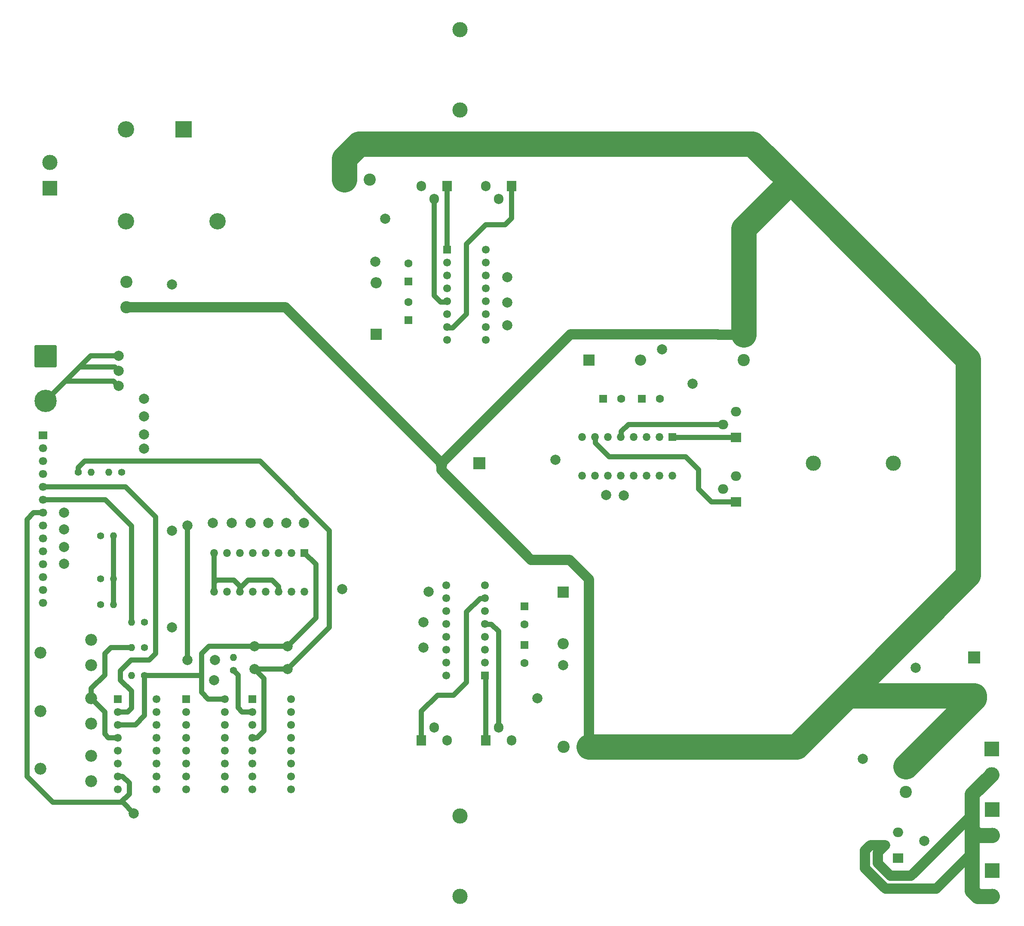
<source format=gbr>
%TF.GenerationSoftware,KiCad,Pcbnew,7.0.1*%
%TF.CreationDate,2023-05-07T11:03:52+02:00*%
%TF.ProjectId,Alim_1000W,416c696d-5f31-4303-9030-572e6b696361,rev?*%
%TF.SameCoordinates,Original*%
%TF.FileFunction,Copper,L8,Bot*%
%TF.FilePolarity,Positive*%
%FSLAX46Y46*%
G04 Gerber Fmt 4.6, Leading zero omitted, Abs format (unit mm)*
G04 Created by KiCad (PCBNEW 7.0.1) date 2023-05-07 11:03:52*
%MOMM*%
%LPD*%
G01*
G04 APERTURE LIST*
G04 Aperture macros list*
%AMRoundRect*
0 Rectangle with rounded corners*
0 $1 Rounding radius*
0 $2 $3 $4 $5 $6 $7 $8 $9 X,Y pos of 4 corners*
0 Add a 4 corners polygon primitive as box body*
4,1,4,$2,$3,$4,$5,$6,$7,$8,$9,$2,$3,0*
0 Add four circle primitives for the rounded corners*
1,1,$1+$1,$2,$3*
1,1,$1+$1,$4,$5*
1,1,$1+$1,$6,$7*
1,1,$1+$1,$8,$9*
0 Add four rect primitives between the rounded corners*
20,1,$1+$1,$2,$3,$4,$5,0*
20,1,$1+$1,$4,$5,$6,$7,0*
20,1,$1+$1,$6,$7,$8,$9,0*
20,1,$1+$1,$8,$9,$2,$3,0*%
G04 Aperture macros list end*
%TA.AperFunction,ComponentPad*%
%ADD10R,1.600000X1.600000*%
%TD*%
%TA.AperFunction,ComponentPad*%
%ADD11C,1.600000*%
%TD*%
%TA.AperFunction,ComponentPad*%
%ADD12C,1.400000*%
%TD*%
%TA.AperFunction,ComponentPad*%
%ADD13O,1.400000X1.400000*%
%TD*%
%TA.AperFunction,ComponentPad*%
%ADD14R,2.400000X2.400000*%
%TD*%
%TA.AperFunction,ComponentPad*%
%ADD15C,2.400000*%
%TD*%
%TA.AperFunction,ComponentPad*%
%ADD16RoundRect,0.249999X-1.950001X1.950001X-1.950001X-1.950001X1.950001X-1.950001X1.950001X1.950001X0*%
%TD*%
%TA.AperFunction,ComponentPad*%
%ADD17C,4.400000*%
%TD*%
%TA.AperFunction,ComponentPad*%
%ADD18C,2.340000*%
%TD*%
%TA.AperFunction,ComponentPad*%
%ADD19R,3.220000X3.220000*%
%TD*%
%TA.AperFunction,ComponentPad*%
%ADD20C,3.220000*%
%TD*%
%TA.AperFunction,ComponentPad*%
%ADD21C,2.000000*%
%TD*%
%TA.AperFunction,ComponentPad*%
%ADD22R,3.000000X3.000000*%
%TD*%
%TA.AperFunction,ComponentPad*%
%ADD23C,3.000000*%
%TD*%
%TA.AperFunction,ComponentPad*%
%ADD24R,1.905000X2.000000*%
%TD*%
%TA.AperFunction,ComponentPad*%
%ADD25O,1.905000X2.000000*%
%TD*%
%TA.AperFunction,ComponentPad*%
%ADD26O,1.600000X1.500000*%
%TD*%
%TA.AperFunction,ComponentPad*%
%ADD27R,1.600000X1.500000*%
%TD*%
%TA.AperFunction,ComponentPad*%
%ADD28R,2.000000X1.905000*%
%TD*%
%TA.AperFunction,ComponentPad*%
%ADD29O,2.000000X1.905000*%
%TD*%
%TA.AperFunction,ComponentPad*%
%ADD30O,1.500000X1.600000*%
%TD*%
%TA.AperFunction,ComponentPad*%
%ADD31R,1.500000X1.600000*%
%TD*%
%TA.AperFunction,ComponentPad*%
%ADD32R,2.200000X2.200000*%
%TD*%
%TA.AperFunction,ComponentPad*%
%ADD33O,2.200000X2.200000*%
%TD*%
%TA.AperFunction,ComponentPad*%
%ADD34R,1.700000X1.500000*%
%TD*%
%TA.AperFunction,ComponentPad*%
%ADD35O,1.700000X1.500000*%
%TD*%
%TA.AperFunction,ViaPad*%
%ADD36C,2.000000*%
%TD*%
%TA.AperFunction,Conductor*%
%ADD37C,5.000000*%
%TD*%
%TA.AperFunction,Conductor*%
%ADD38C,2.000000*%
%TD*%
%TA.AperFunction,Conductor*%
%ADD39C,1.000000*%
%TD*%
%TA.AperFunction,Conductor*%
%ADD40C,3.000000*%
%TD*%
G04 APERTURE END LIST*
D10*
%TO.P,C6,1*%
%TO.N,+12V*%
X91070000Y-67347370D03*
D11*
%TO.P,C6,2*%
%TO.N,GND*%
X91070000Y-63831370D03*
%TD*%
D12*
%TO.P,R12,1*%
%TO.N,SigCom1*%
X30460000Y-131015000D03*
D13*
%TO.P,R12,2*%
%TO.N,GND*%
X33000000Y-131015000D03*
%TD*%
D14*
%TO.P,C4,1*%
%TO.N,Vo+*%
X202500000Y-141500000D03*
D15*
%TO.P,C4,2*%
%TO.N,GND*%
X202500000Y-149000000D03*
%TD*%
D10*
%TO.P,C8,1*%
%TO.N,+12V*%
X113930000Y-139015370D03*
D11*
%TO.P,C8,2*%
%TO.N,GND*%
X113930000Y-142531370D03*
%TD*%
D16*
%TO.P,J5,1*%
%TO.N,GND*%
X19600000Y-82115000D03*
D17*
%TO.P,J5,2*%
%TO.N,+12V*%
X19600000Y-90915000D03*
%TD*%
D18*
%TO.P,RV3,1,1*%
%TO.N,OutOvercurrentRef*%
X28600000Y-160865000D03*
%TO.P,RV3,2,2*%
%TO.N,GND*%
X18600000Y-163365000D03*
%TO.P,RV3,3,3*%
%TO.N,unconnected-(RV3-Pad3)*%
X28600000Y-165865000D03*
%TD*%
D19*
%TO.P,D1,1,+*%
%TO.N,Vunreg*%
X46810000Y-37410000D03*
D20*
%TO.P,D1,2*%
%TO.N,NEUT*%
X53510000Y-55510000D03*
%TO.P,D1,3,-*%
%TO.N,ISenseIn*%
X35410000Y-55510000D03*
%TO.P,D1,4*%
%TO.N,LINE*%
X35410000Y-37410000D03*
%TD*%
D21*
%TO.P,SW1,1,1*%
%TO.N,OutEn*%
X67250000Y-143750000D03*
X60750000Y-143750000D03*
%TO.P,SW1,2,2*%
%TO.N,+3.3V*%
X67250000Y-139250000D03*
X60750000Y-139250000D03*
%TD*%
D12*
%TO.P,R11,1*%
%TO.N,OutDisable*%
X34600000Y-105015000D03*
D13*
%TO.P,R11,2*%
%TO.N,GND*%
X32060000Y-105015000D03*
%TD*%
D10*
%TO.P,C7,1*%
%TO.N,Net-(D4-K)*%
X113930000Y-131395370D03*
D11*
%TO.P,C7,2*%
%TO.N,Net-(U6-VS)*%
X113930000Y-134911370D03*
%TD*%
D15*
%TO.P,R3,1*%
%TO.N,GND*%
X35500000Y-72500000D03*
%TO.P,R3,2*%
%TO.N,ISenseIn*%
X35500000Y-67500000D03*
%TD*%
D22*
%TO.P,J3,1,Pin_1*%
%TO.N,Vo+*%
X206000000Y-183460000D03*
D23*
%TO.P,J3,2,Pin_2*%
%TO.N,Vo-*%
X206000000Y-188540000D03*
%TD*%
D22*
%TO.P,J1,1,Pin_1*%
%TO.N,Vo+*%
X205920000Y-159460000D03*
D23*
%TO.P,J1,2,Pin_2*%
%TO.N,Vo-*%
X205920000Y-164540000D03*
%TD*%
D15*
%TO.P,R5,1*%
%TO.N,ISenseP3*%
X121630000Y-159041370D03*
%TO.P,R5,2*%
%TO.N,GND*%
X126630000Y-159041370D03*
%TD*%
D24*
%TO.P,Q6,1*%
%TO.N,Net-(U6-HO)*%
X93610000Y-157771370D03*
D25*
%TO.P,Q6,2*%
%TO.N,/Phase2/Vin*%
X96150000Y-155231370D03*
%TO.P,Q6,3*%
%TO.N,Net-(U6-VS)*%
X98690000Y-157771370D03*
%TD*%
D26*
%TO.P,U6,*%
%TO.N,*%
X106120000Y-127220000D03*
X98500000Y-127220000D03*
D27*
%TO.P,U6,1,LO*%
%TO.N,Net-(U6-LO)*%
X106120000Y-145000000D03*
D26*
%TO.P,U6,2,COM*%
%TO.N,GND*%
X106120000Y-142460000D03*
%TO.P,U6,3,VCC*%
%TO.N,+12V*%
X106120000Y-139920000D03*
%TO.P,U6,4,NC*%
%TO.N,unconnected-(U6-NC-Pad4)*%
X106120000Y-137380000D03*
%TO.P,U6,5,VS*%
%TO.N,Net-(U6-VS)*%
X106120000Y-134840000D03*
%TO.P,U6,6,VB*%
%TO.N,Net-(D4-K)*%
X106120000Y-132300000D03*
%TO.P,U6,7,HO*%
%TO.N,Net-(U6-HO)*%
X106120000Y-129760000D03*
%TO.P,U6,8,NC*%
%TO.N,unconnected-(U6-NC-Pad8)*%
X98500000Y-129760000D03*
%TO.P,U6,9,VDD*%
%TO.N,+3.3V*%
X98500000Y-132300000D03*
%TO.P,U6,10,HIN*%
%TO.N,SigCom3*%
X98500000Y-134840000D03*
%TO.P,U6,11,SD*%
%TO.N,GND*%
X98500000Y-137380000D03*
%TO.P,U6,12,LIN*%
%TO.N,/Phase2/nSigCom*%
X98500000Y-139920000D03*
%TO.P,U6,13,VSS*%
%TO.N,GND*%
X98500000Y-142460000D03*
%TO.P,U6,14,NC*%
%TO.N,unconnected-(U6-NC-Pad14)*%
X98500000Y-145000000D03*
%TD*%
D28*
%TO.P,Q2,1*%
%TO.N,Net-(U1-LO)*%
X155572500Y-98081370D03*
D29*
%TO.P,Q2,2*%
%TO.N,Net-(U1-VS)*%
X153032500Y-95541370D03*
%TO.P,Q2,3*%
%TO.N,ISenseP1*%
X155572500Y-93001370D03*
%TD*%
D12*
%TO.P,R8,1*%
%TO.N,+3.3V*%
X39100000Y-145015000D03*
D13*
%TO.P,R8,2*%
%TO.N,OutOvercurrentRef*%
X36560000Y-145015000D03*
%TD*%
D30*
%TO.P,U1,*%
%TO.N,*%
X125260000Y-98000000D03*
X125260000Y-105620000D03*
D31*
%TO.P,U1,1,LO*%
%TO.N,Net-(U1-LO)*%
X143040000Y-98000000D03*
D30*
%TO.P,U1,2,COM*%
%TO.N,GND*%
X140500000Y-98000000D03*
%TO.P,U1,3,VCC*%
%TO.N,+12V*%
X137960000Y-98000000D03*
%TO.P,U1,4,NC*%
%TO.N,unconnected-(U1-NC-Pad4)*%
X135420000Y-98000000D03*
%TO.P,U1,5,VS*%
%TO.N,Net-(U1-VS)*%
X132880000Y-98000000D03*
%TO.P,U1,6,VB*%
%TO.N,Net-(D3-K)*%
X130340000Y-98000000D03*
%TO.P,U1,7,HO*%
%TO.N,Net-(U1-HO)*%
X127800000Y-98000000D03*
%TO.P,U1,8,NC*%
%TO.N,unconnected-(U1-NC-Pad8)*%
X127800000Y-105620000D03*
%TO.P,U1,9,VDD*%
%TO.N,+3.3V*%
X130340000Y-105620000D03*
%TO.P,U1,10,HIN*%
%TO.N,SigCom1*%
X132880000Y-105620000D03*
%TO.P,U1,11,SD*%
%TO.N,GND*%
X135420000Y-105620000D03*
%TO.P,U1,12,LIN*%
%TO.N,/Phase/nSigCom*%
X137960000Y-105620000D03*
%TO.P,U1,13,VSS*%
%TO.N,GND*%
X140500000Y-105620000D03*
%TO.P,U1,14,NC*%
%TO.N,unconnected-(U1-NC-Pad14)*%
X143040000Y-105620000D03*
%TD*%
D23*
%TO.P,L1,1,1*%
%TO.N,Net-(U4-VS)*%
X101230000Y-33591370D03*
%TO.P,L1,2,2*%
%TO.N,/Phase1/Vout*%
X101230000Y-17791370D03*
%TD*%
D10*
%TO.P,C3,1*%
%TO.N,+12V*%
X137044000Y-90461370D03*
D11*
%TO.P,C3,2*%
%TO.N,GND*%
X140560000Y-90461370D03*
%TD*%
D14*
%TO.P,C1,1*%
%TO.N,Vunreg*%
X105040000Y-103161370D03*
D15*
%TO.P,C1,2*%
%TO.N,GND*%
X97540000Y-103161370D03*
%TD*%
D12*
%TO.P,R7,1*%
%TO.N,+3.3V*%
X39100000Y-139515000D03*
D13*
%TO.P,R7,2*%
%TO.N,VoRef*%
X36560000Y-139515000D03*
%TD*%
D28*
%TO.P,Q3,1*%
%TO.N,OutEnLatched*%
X187500000Y-181000000D03*
D29*
%TO.P,Q3,2*%
%TO.N,Vo-*%
X184960000Y-178460000D03*
%TO.P,Q3,3*%
%TO.N,ISenseOut*%
X187500000Y-175920000D03*
%TD*%
D18*
%TO.P,RV2,1,1*%
%TO.N,VoRef*%
X28600000Y-149515000D03*
%TO.P,RV2,2,2*%
%TO.N,GND*%
X18600000Y-152015000D03*
%TO.P,RV2,3,3*%
%TO.N,unconnected-(RV2-Pad3)*%
X28600000Y-154515000D03*
%TD*%
D15*
%TO.P,R2,1*%
%TO.N,GND*%
X189000000Y-163000000D03*
%TO.P,R2,2*%
%TO.N,ISenseOut*%
X189000000Y-168000000D03*
%TD*%
D22*
%TO.P,J6,1,Pin_1*%
%TO.N,NEUT*%
X20407500Y-49000000D03*
D23*
%TO.P,J6,2,Pin_2*%
%TO.N,LINE*%
X20407500Y-43920000D03*
%TD*%
D26*
%TO.P,U8,*%
%TO.N,*%
X47300000Y-167420000D03*
X54920000Y-167420000D03*
D27*
%TO.P,U8,1*%
%TO.N,OutDisableMCU*%
X47300000Y-149640000D03*
D26*
%TO.P,U8,2*%
%TO.N,OutDisableOvercurrent*%
X47300000Y-152180000D03*
%TO.P,U8,3*%
%TO.N,OutDisable*%
X47300000Y-154720000D03*
%TO.P,U8,4*%
%TO.N,unconnected-(U8-Pad4)*%
X47300000Y-157260000D03*
%TO.P,U8,5*%
%TO.N,unconnected-(U8-Pad5)*%
X47300000Y-159800000D03*
%TO.P,U8,6*%
%TO.N,unconnected-(U8-Pad6)*%
X47300000Y-162340000D03*
%TO.P,U8,7,VSS*%
%TO.N,GND*%
X47300000Y-164880000D03*
%TO.P,U8,8*%
%TO.N,unconnected-(U8-Pad8)*%
X54920000Y-164880000D03*
%TO.P,U8,9*%
%TO.N,unconnected-(U8-Pad9)*%
X54920000Y-162340000D03*
%TO.P,U8,10*%
%TO.N,unconnected-(U8-Pad10)*%
X54920000Y-159800000D03*
%TO.P,U8,11*%
%TO.N,unconnected-(U8-Pad11)*%
X54920000Y-157260000D03*
%TO.P,U8,12*%
%TO.N,unconnected-(U8-Pad12)*%
X54920000Y-154720000D03*
%TO.P,U8,13*%
%TO.N,unconnected-(U8-Pad13)*%
X54920000Y-152180000D03*
%TO.P,U8,14,VDD*%
%TO.N,+3.3V*%
X54920000Y-149640000D03*
%TD*%
D12*
%TO.P,R10,1*%
%TO.N,OutEn*%
X26060000Y-105015000D03*
D13*
%TO.P,R10,2*%
%TO.N,GND*%
X28600000Y-105015000D03*
%TD*%
D31*
%TO.P,U2,1,VCC*%
%TO.N,+3.3V*%
X70580000Y-120880000D03*
D30*
%TO.P,U2,2*%
%TO.N,/Phase/nSigCom*%
X68040000Y-120880000D03*
%TO.P,U2,3*%
%TO.N,SigCom1*%
X65500000Y-120880000D03*
%TO.P,U2,4*%
%TO.N,/Phase1/nSigCom*%
X62960000Y-120880000D03*
%TO.P,U2,5*%
%TO.N,SigCom2*%
X60420000Y-120880000D03*
%TO.P,U2,6*%
%TO.N,/Phase2/nSigCom*%
X57880000Y-120880000D03*
%TO.P,U2,7*%
%TO.N,SigCom3*%
X55340000Y-120880000D03*
%TO.P,U2,8,VSS*%
%TO.N,GND*%
X52800000Y-120880000D03*
%TO.P,U2,9*%
X52800000Y-128500000D03*
%TO.P,U2,10*%
%TO.N,unconnected-(U2-Pad10)*%
X55340000Y-128500000D03*
%TO.P,U2,11*%
%TO.N,GND*%
X57880000Y-128500000D03*
%TO.P,U2,12*%
%TO.N,unconnected-(U2-Pad12)*%
X60420000Y-128500000D03*
%TO.P,U2,13*%
%TO.N,N/C*%
X62960000Y-128500000D03*
%TO.P,U2,14*%
%TO.N,GND*%
X65500000Y-128500000D03*
%TO.P,U2,15*%
%TO.N,unconnected-(U2-Pad15)*%
X68040000Y-128500000D03*
%TO.P,U2,16*%
%TO.N,N/C*%
X70580000Y-128500000D03*
%TD*%
D12*
%TO.P,R13,1*%
%TO.N,SigCom2*%
X30460000Y-126000000D03*
D13*
%TO.P,R13,2*%
%TO.N,GND*%
X33000000Y-126000000D03*
%TD*%
D23*
%TO.P,L2,1,1*%
%TO.N,Net-(U1-VS)*%
X170800000Y-103161370D03*
%TO.P,L2,2,2*%
%TO.N,/Phase/Vout*%
X186600000Y-103161370D03*
%TD*%
D22*
%TO.P,J2,1,Pin_1*%
%TO.N,Vo+*%
X206000000Y-171460000D03*
D23*
%TO.P,J2,2,Pin_2*%
%TO.N,Vo-*%
X206000000Y-176540000D03*
%TD*%
D12*
%TO.P,R14,1*%
%TO.N,SigCom3*%
X30460000Y-117500000D03*
D13*
%TO.P,R14,2*%
%TO.N,GND*%
X33000000Y-117500000D03*
%TD*%
D27*
%TO.P,U5,1*%
%TO.N,unconnected-(U5-Pad1)*%
X60300000Y-149640000D03*
D26*
%TO.P,U5,2*%
%TO.N,OutEnLatched*%
X60300000Y-152180000D03*
%TO.P,U5,3*%
%TO.N,OutDisable*%
X60300000Y-154720000D03*
%TO.P,U5,4*%
%TO.N,OutEn*%
X60300000Y-157260000D03*
%TO.P,U5,5,EN*%
%TO.N,+3.3V*%
X60300000Y-159800000D03*
%TO.P,U5,6*%
%TO.N,GND*%
X60300000Y-162340000D03*
%TO.P,U5,7*%
X60300000Y-164880000D03*
%TO.P,U5,8,Vss*%
X60300000Y-167420000D03*
%TO.P,U5,9*%
%TO.N,unconnected-(U5-Pad9)*%
X67920000Y-167420000D03*
%TO.P,U5,10*%
%TO.N,unconnected-(U5-Pad10)*%
X67920000Y-164880000D03*
%TO.P,U5,11*%
%TO.N,GND*%
X67920000Y-162340000D03*
%TO.P,U5,12*%
X67920000Y-159800000D03*
%TO.P,U5,13*%
%TO.N,N/C*%
X67920000Y-157260000D03*
%TO.P,U5,14*%
%TO.N,GND*%
X67920000Y-154720000D03*
%TO.P,U5,15*%
X67920000Y-152180000D03*
%TO.P,U5,16,Vdd*%
%TO.N,+3.3V*%
X67920000Y-149640000D03*
%TD*%
D32*
%TO.P,D3,1,K*%
%TO.N,Net-(D3-K)*%
X126630000Y-82841370D03*
D33*
%TO.P,D3,2,A*%
%TO.N,+12V*%
X136790000Y-82841370D03*
%TD*%
D28*
%TO.P,Q1,1*%
%TO.N,Net-(U1-HO)*%
X155572500Y-110781370D03*
D29*
%TO.P,Q1,2*%
%TO.N,/Phase/Vin*%
X153032500Y-108241370D03*
%TO.P,Q1,3*%
%TO.N,Net-(U1-VS)*%
X155572500Y-105701370D03*
%TD*%
D26*
%TO.P,U4,*%
%TO.N,*%
X98700000Y-78905000D03*
X106320000Y-78905000D03*
D27*
%TO.P,U4,1,LO*%
%TO.N,Net-(U4-LO)*%
X98700000Y-61125000D03*
D26*
%TO.P,U4,2,COM*%
%TO.N,GND*%
X98700000Y-63665000D03*
%TO.P,U4,3,VCC*%
%TO.N,+12V*%
X98700000Y-66205000D03*
%TO.P,U4,4,NC*%
%TO.N,unconnected-(U4-NC-Pad4)*%
X98700000Y-68745000D03*
%TO.P,U4,5,VS*%
%TO.N,Net-(U4-VS)*%
X98700000Y-71285000D03*
%TO.P,U4,6,VB*%
%TO.N,Net-(D2-K)*%
X98700000Y-73825000D03*
%TO.P,U4,7,HO*%
%TO.N,Net-(U4-HO)*%
X98700000Y-76365000D03*
%TO.P,U4,8,NC*%
%TO.N,unconnected-(U4-NC-Pad8)*%
X106320000Y-76365000D03*
%TO.P,U4,9,VDD*%
%TO.N,+3.3V*%
X106320000Y-73825000D03*
%TO.P,U4,10,HIN*%
%TO.N,SigCom2*%
X106320000Y-71285000D03*
%TO.P,U4,11,SD*%
%TO.N,GND*%
X106320000Y-68745000D03*
%TO.P,U4,12,LIN*%
%TO.N,/Phase1/nSigCom*%
X106320000Y-66205000D03*
%TO.P,U4,13,VSS*%
%TO.N,GND*%
X106320000Y-63665000D03*
%TO.P,U4,14,NC*%
%TO.N,unconnected-(U4-NC-Pad14)*%
X106320000Y-61125000D03*
%TD*%
D32*
%TO.P,D2,1,K*%
%TO.N,Net-(D2-K)*%
X84720000Y-77761370D03*
D33*
%TO.P,D2,2,A*%
%TO.N,+12V*%
X84720000Y-67601370D03*
%TD*%
D12*
%TO.P,R6,1*%
%TO.N,Vo+*%
X39100000Y-134515000D03*
D13*
%TO.P,R6,2*%
%TO.N,VoSense*%
X36560000Y-134515000D03*
%TD*%
D24*
%TO.P,Q4,1*%
%TO.N,Net-(U4-HO)*%
X111390000Y-48551370D03*
D25*
%TO.P,Q4,2*%
%TO.N,/Phase1/Vin*%
X108850000Y-51091370D03*
%TO.P,Q4,3*%
%TO.N,Net-(U4-VS)*%
X106310000Y-48551370D03*
%TD*%
D18*
%TO.P,RV1,1,1*%
%TO.N,VoSense*%
X28600000Y-138015000D03*
%TO.P,RV1,2,2*%
%TO.N,GND*%
X18600000Y-140515000D03*
%TO.P,RV1,3,3*%
%TO.N,unconnected-(RV1-Pad3)*%
X28600000Y-143015000D03*
%TD*%
D34*
%TO.P,J4,1,Pin_1*%
%TO.N,GND*%
X19100000Y-97695000D03*
D35*
%TO.P,J4,2,Pin_2*%
%TO.N,+3.3V*%
X19100000Y-100235000D03*
%TO.P,J4,3,Pin_3*%
%TO.N,OutDisableMCU*%
X19100000Y-102775000D03*
%TO.P,J4,4,Pin_4*%
%TO.N,OutEn*%
X19100000Y-105315000D03*
%TO.P,J4,5,Pin_5*%
%TO.N,VoOver*%
X19100000Y-107855000D03*
%TO.P,J4,6,Pin_6*%
%TO.N,VoSense*%
X19100000Y-110395000D03*
%TO.P,J4,7,Pin_7*%
%TO.N,ISenseOut*%
X19100000Y-112935000D03*
%TO.P,J4,8,Pin_8*%
%TO.N,ISenseP3*%
X19100000Y-115475000D03*
%TO.P,J4,9,Pin_9*%
%TO.N,ISenseP2*%
X19100000Y-118015000D03*
%TO.P,J4,10,Pin_10*%
%TO.N,ISenseP1*%
X19100000Y-120555000D03*
%TO.P,J4,11,Pin_11*%
%TO.N,ISenseIn*%
X19100000Y-123095000D03*
%TO.P,J4,12,Pin_12*%
%TO.N,SigCom3*%
X19100000Y-125635000D03*
%TO.P,J4,13,Pin_13*%
%TO.N,SigCom2*%
X19100000Y-128175000D03*
%TO.P,J4,14,Pin_14*%
%TO.N,SigCom1*%
X19100000Y-130715000D03*
%TD*%
D12*
%TO.P,R9,1*%
%TO.N,OutEnLatched*%
X56600000Y-144015000D03*
D13*
%TO.P,R9,2*%
%TO.N,GND*%
X56600000Y-141475000D03*
%TD*%
D32*
%TO.P,D4,1,K*%
%TO.N,Net-(D4-K)*%
X121550000Y-128561370D03*
D33*
%TO.P,D4,2,A*%
%TO.N,+12V*%
X121550000Y-138721370D03*
%TD*%
D24*
%TO.P,Q7,1*%
%TO.N,Net-(U6-LO)*%
X106310000Y-157771370D03*
D25*
%TO.P,Q7,2*%
%TO.N,Net-(U6-VS)*%
X108850000Y-155231370D03*
%TO.P,Q7,3*%
%TO.N,ISenseP3*%
X111390000Y-157771370D03*
%TD*%
D23*
%TO.P,L3,1,1*%
%TO.N,Net-(U6-VS)*%
X101230000Y-172731370D03*
%TO.P,L3,2,2*%
%TO.N,/Phase2/Vout*%
X101230000Y-188531370D03*
%TD*%
D10*
%TO.P,C2,1*%
%TO.N,Net-(D3-K)*%
X129424000Y-90461370D03*
D11*
%TO.P,C2,2*%
%TO.N,Net-(U1-VS)*%
X132940000Y-90461370D03*
%TD*%
D26*
%TO.P,U3,*%
%TO.N,*%
X33800000Y-167420000D03*
X41420000Y-167420000D03*
D27*
%TO.P,U3,1*%
%TO.N,OutDisableOvercurrent*%
X33800000Y-149640000D03*
D26*
%TO.P,U3,2*%
%TO.N,VoOver*%
X33800000Y-152180000D03*
%TO.P,U3,3,V+*%
%TO.N,+3.3V*%
X33800000Y-154720000D03*
%TO.P,U3,4,-*%
%TO.N,VoRef*%
X33800000Y-157260000D03*
%TO.P,U3,5,+*%
%TO.N,VoSense*%
X33800000Y-159800000D03*
%TO.P,U3,6,-*%
%TO.N,OutOvercurrentRef*%
X33800000Y-162340000D03*
%TO.P,U3,7,+*%
%TO.N,ISenseOut*%
X33800000Y-164880000D03*
%TO.P,U3,8,-*%
%TO.N,unconnected-(U3D---Pad8)*%
X41420000Y-164880000D03*
%TO.P,U3,9,+*%
%TO.N,unconnected-(U3D-+-Pad9)*%
X41420000Y-162340000D03*
%TO.P,U3,10,-*%
%TO.N,unconnected-(U3C---Pad10)*%
X41420000Y-159800000D03*
%TO.P,U3,11,+*%
%TO.N,unconnected-(U3C-+-Pad11)*%
X41420000Y-157260000D03*
%TO.P,U3,12,V-*%
%TO.N,GND*%
X41420000Y-154720000D03*
%TO.P,U3,13*%
%TO.N,unconnected-(U3-Pad13)*%
X41420000Y-152180000D03*
%TO.P,U3,14*%
%TO.N,unconnected-(U3-Pad14)*%
X41420000Y-149640000D03*
%TD*%
D10*
%TO.P,C5,1*%
%TO.N,Net-(D2-K)*%
X91070000Y-74967370D03*
D11*
%TO.P,C5,2*%
%TO.N,Net-(U4-VS)*%
X91070000Y-71451370D03*
%TD*%
D24*
%TO.P,Q5,1*%
%TO.N,Net-(U4-LO)*%
X98690000Y-48551370D03*
D25*
%TO.P,Q5,2*%
%TO.N,Net-(U4-VS)*%
X96150000Y-51091370D03*
%TO.P,Q5,3*%
%TO.N,ISenseP2*%
X93610000Y-48551370D03*
%TD*%
D15*
%TO.P,R4,1*%
%TO.N,ISenseP2*%
X83450000Y-47281370D03*
%TO.P,R4,2*%
%TO.N,GND*%
X78450000Y-47281370D03*
%TD*%
%TO.P,R1,1*%
%TO.N,ISenseP1*%
X157110000Y-82841370D03*
%TO.P,R1,2*%
%TO.N,GND*%
X157110000Y-77841370D03*
%TD*%
D36*
%TO.N,+12V*%
X141000000Y-80760870D03*
X121500000Y-143000000D03*
X84500000Y-63500000D03*
X34000000Y-88000000D03*
X34000000Y-82000000D03*
X34000000Y-85000000D03*
%TO.N,Vo+*%
X44500000Y-135500000D03*
X191000000Y-143500000D03*
%TO.N,ISenseIn*%
X23232078Y-123000000D03*
X44500000Y-68000000D03*
%TO.N,OutDisableMCU*%
X47500000Y-115500500D03*
X47500000Y-142000000D03*
%TO.N,ISenseOut*%
X37000000Y-172169500D03*
X180517414Y-161482586D03*
%TO.N,ISenseP3*%
X23232078Y-112894500D03*
X116500000Y-149500000D03*
%TO.N,ISenseP2*%
X86500000Y-55000000D03*
X23232078Y-116214664D03*
%TO.N,ISenseP1*%
X23232078Y-119732078D03*
X147000000Y-87500000D03*
%TO.N,SigCom3*%
X52500000Y-115000000D03*
X94000000Y-134500000D03*
%TO.N,SigCom2*%
X60000000Y-115000000D03*
X110500000Y-71500000D03*
%TO.N,SigCom1*%
X67000000Y-115000000D03*
X130000000Y-109500000D03*
%TO.N,OutEnLatched*%
X192659033Y-177659033D03*
X53000000Y-142000000D03*
%TO.N,+3.3V*%
X110500000Y-76000000D03*
X78000000Y-128000000D03*
X39000000Y-94000000D03*
X39000000Y-97500000D03*
X39000000Y-90500000D03*
X39000000Y-100315500D03*
X120000000Y-102500000D03*
X94999500Y-128496018D03*
%TO.N,OutDisable*%
X52794500Y-145948266D03*
X44500000Y-116500000D03*
%TO.N,/Phase/nSigCom*%
X70500000Y-115000000D03*
X133517414Y-109517414D03*
%TO.N,/Phase1/nSigCom*%
X63500000Y-115000000D03*
X110500000Y-66500000D03*
%TO.N,/Phase2/nSigCom*%
X94000000Y-139500000D03*
X56267414Y-115000000D03*
%TD*%
D37*
%TO.N,GND*%
X178290685Y-148290685D02*
X167540000Y-159041370D01*
X201330000Y-82751370D02*
X201330000Y-125251370D01*
D38*
X126630000Y-159041370D02*
X126630000Y-126021370D01*
D39*
X52800000Y-128500000D02*
X52800000Y-126700000D01*
D37*
X201330000Y-125251370D02*
X178290685Y-148290685D01*
D39*
X65500000Y-127500000D02*
X65500000Y-128500000D01*
D38*
X97540000Y-104551370D02*
X97540000Y-103161370D01*
D39*
X33000000Y-126000000D02*
X33000000Y-117500000D01*
D37*
X157110000Y-56971370D02*
X157110000Y-77841370D01*
D39*
X64200000Y-126200000D02*
X65500000Y-127500000D01*
D37*
X202500000Y-149500000D02*
X189000000Y-163000000D01*
X166330000Y-47751370D02*
X201330000Y-82751370D01*
D39*
X52800000Y-120880000D02*
X52800000Y-128500000D01*
D38*
X152030000Y-77761370D02*
X122940000Y-77761370D01*
D39*
X33000000Y-131015000D02*
X33000000Y-126000000D01*
X57880000Y-128500000D02*
X57880000Y-127808019D01*
D37*
X167540000Y-159041370D02*
X126630000Y-159041370D01*
D39*
X53300000Y-126200000D02*
X56700000Y-126200000D01*
D37*
X202500000Y-149000000D02*
X202500000Y-149500000D01*
D38*
X152110000Y-77841370D02*
X157110000Y-77841370D01*
D39*
X57880000Y-127380000D02*
X57880000Y-128500000D01*
D38*
X126630000Y-126021370D02*
X122820000Y-122211370D01*
D37*
X158830000Y-40251370D02*
X81330000Y-40251370D01*
D39*
X57880000Y-127808019D02*
X59488019Y-126200000D01*
D38*
X122820000Y-122211370D02*
X115200000Y-122211370D01*
D37*
X166330000Y-47751370D02*
X157110000Y-56971370D01*
X178290685Y-148290685D02*
X179000000Y-149000000D01*
X179000000Y-149000000D02*
X202500000Y-149000000D01*
X166330000Y-47751370D02*
X158830000Y-40251370D01*
D38*
X115200000Y-122211370D02*
X97540000Y-104551370D01*
D39*
X59488019Y-126200000D02*
X64200000Y-126200000D01*
D38*
X35500000Y-72500000D02*
X66878630Y-72500000D01*
D39*
X56700000Y-126200000D02*
X57880000Y-127380000D01*
D38*
X66878630Y-72500000D02*
X97540000Y-103161370D01*
X152030000Y-77761370D02*
X152110000Y-77841370D01*
D37*
X81330000Y-40251370D02*
X78450000Y-43131370D01*
D38*
X122940000Y-77761370D02*
X97540000Y-103161370D01*
D39*
X52800000Y-126700000D02*
X53300000Y-126200000D01*
D37*
X78450000Y-43131370D02*
X78450000Y-47281370D01*
D39*
%TO.N,Net-(U1-VS)*%
X132980000Y-96950000D02*
X134388630Y-95541370D01*
X132980000Y-98081370D02*
X132980000Y-96950000D01*
X134388630Y-95541370D02*
X153032500Y-95541370D01*
%TO.N,+12V*%
X30500000Y-82000000D02*
X34000000Y-82000000D01*
X33257500Y-84257500D02*
X34000000Y-85000000D01*
X23507500Y-87007500D02*
X26257500Y-84257500D01*
X26257500Y-84257500D02*
X28515000Y-82000000D01*
X19600000Y-90915000D02*
X23507500Y-87007500D01*
X23507500Y-87007500D02*
X33007500Y-87007500D01*
X33007500Y-87007500D02*
X34000000Y-88000000D01*
X28515000Y-82000000D02*
X30500000Y-82000000D01*
X26257500Y-84257500D02*
X33257500Y-84257500D01*
%TO.N,Net-(U4-VS)*%
X97420000Y-71411370D02*
X96150000Y-70141370D01*
X96150000Y-70141370D02*
X96150000Y-51091370D01*
X98690000Y-71411370D02*
X97420000Y-71411370D01*
%TO.N,Net-(U6-VS)*%
X108850000Y-136330000D02*
X108850000Y-155231370D01*
X106300000Y-134911370D02*
X107431370Y-134911370D01*
X107431370Y-134911370D02*
X108850000Y-136330000D01*
D38*
%TO.N,Vo-*%
X183500000Y-182000000D02*
X186000000Y-184500000D01*
D40*
X203200000Y-188540000D02*
X202060000Y-187400000D01*
X206000000Y-188540000D02*
X203200000Y-188540000D01*
D38*
X185000000Y-187000000D02*
X195060000Y-187000000D01*
X184960000Y-178460000D02*
X182040000Y-178460000D01*
X186000000Y-184500000D02*
X190060000Y-184500000D01*
D40*
X202060000Y-172500000D02*
X202060000Y-175400000D01*
D38*
X181000000Y-183000000D02*
X185000000Y-187000000D01*
D40*
X202060000Y-175400000D02*
X203200000Y-176540000D01*
D38*
X181000000Y-179500000D02*
X181000000Y-183000000D01*
X183500000Y-179920000D02*
X183500000Y-182000000D01*
X184960000Y-178460000D02*
X183500000Y-179920000D01*
D40*
X202060000Y-187400000D02*
X202060000Y-180000000D01*
D38*
X190060000Y-184500000D02*
X202060000Y-172500000D01*
D40*
X203200000Y-176540000D02*
X206000000Y-176540000D01*
X202060000Y-180000000D02*
X202060000Y-175400000D01*
X205920000Y-164540000D02*
X202060000Y-168400000D01*
D38*
X182040000Y-178460000D02*
X181000000Y-179500000D01*
X195060000Y-187000000D02*
X202060000Y-180000000D01*
D40*
X202060000Y-168400000D02*
X202060000Y-172500000D01*
D39*
%TO.N,OutDisableMCU*%
X47500000Y-115500500D02*
X47500000Y-142000000D01*
%TO.N,OutEn*%
X67250000Y-143750000D02*
X60750000Y-143750000D01*
X75500000Y-135500000D02*
X67250000Y-143750000D01*
X62600000Y-155950000D02*
X61290000Y-157260000D01*
X26060000Y-105015000D02*
X26060000Y-104025051D01*
X60750000Y-143750000D02*
X62600000Y-145600000D01*
X61850534Y-102815000D02*
X75500000Y-116464466D01*
X27270051Y-102815000D02*
X61850534Y-102815000D01*
X61290000Y-157260000D02*
X60300000Y-157260000D01*
X75500000Y-116464466D02*
X75500000Y-135500000D01*
X26060000Y-104025051D02*
X27270051Y-102815000D01*
X62600000Y-145600000D02*
X62600000Y-155950000D01*
%TO.N,VoOver*%
X36463730Y-142000000D02*
X34360000Y-144103730D01*
X35810000Y-152180000D02*
X33800000Y-152180000D01*
X36500000Y-151490000D02*
X35810000Y-152180000D01*
X34360000Y-145926270D02*
X36500000Y-148066270D01*
X19100000Y-107855000D02*
X35355000Y-107855000D01*
X34360000Y-144103730D02*
X34360000Y-145926270D01*
X35355000Y-107855000D02*
X41300000Y-113800000D01*
X40000000Y-142000000D02*
X36463730Y-142000000D01*
X41300000Y-140700000D02*
X40000000Y-142000000D01*
X36500000Y-148066270D02*
X36500000Y-151490000D01*
X41300000Y-113800000D02*
X41300000Y-140700000D01*
%TO.N,VoSense*%
X36560000Y-115560000D02*
X36560000Y-134515000D01*
X19100000Y-110395000D02*
X31395000Y-110395000D01*
X31395000Y-110395000D02*
X36560000Y-115560000D01*
%TO.N,ISenseOut*%
X15930000Y-164930000D02*
X21000000Y-170000000D01*
X36100000Y-166190000D02*
X34790000Y-164880000D01*
X17250000Y-112935000D02*
X15930000Y-114255000D01*
X34790000Y-164880000D02*
X33800000Y-164880000D01*
X34451981Y-170000000D02*
X34830500Y-170000000D01*
X36100000Y-168351981D02*
X36100000Y-166190000D01*
X19100000Y-112935000D02*
X17250000Y-112935000D01*
X34451981Y-170000000D02*
X36100000Y-168351981D01*
X15930000Y-114255000D02*
X15930000Y-164930000D01*
X21000000Y-170000000D02*
X34451981Y-170000000D01*
X34830500Y-170000000D02*
X37000000Y-172169500D01*
%TO.N,Net-(U1-HO)*%
X127900000Y-99212740D02*
X130578630Y-101891370D01*
X145680000Y-101891370D02*
X148220000Y-104431370D01*
X150760000Y-110781370D02*
X155572500Y-110781370D01*
X127900000Y-98081370D02*
X127900000Y-99212740D01*
X130578630Y-101891370D02*
X145680000Y-101891370D01*
X148220000Y-104431370D02*
X148220000Y-108241370D01*
X148220000Y-108241370D02*
X150760000Y-110781370D01*
%TO.N,Net-(U1-LO)*%
X143140000Y-98081370D02*
X155572500Y-98081370D01*
%TO.N,OutEnLatched*%
X58290000Y-152180000D02*
X60300000Y-152180000D01*
X56600000Y-144015000D02*
X57500000Y-144915000D01*
X57500000Y-151390000D02*
X58290000Y-152180000D01*
X57500000Y-144915000D02*
X57500000Y-151390000D01*
%TO.N,Net-(U4-HO)*%
X110120000Y-56171370D02*
X111390000Y-54901370D01*
X102500000Y-73812740D02*
X102500000Y-59981370D01*
X102500000Y-59981370D02*
X106310000Y-56171370D01*
X106310000Y-56171370D02*
X110120000Y-56171370D01*
X111390000Y-54901370D02*
X111390000Y-48551370D01*
X99821370Y-76491370D02*
X102500000Y-73812740D01*
X98690000Y-76491370D02*
X99821370Y-76491370D01*
%TO.N,Net-(U4-LO)*%
X98690000Y-48551370D02*
X98690000Y-61251370D01*
%TO.N,Net-(U6-HO)*%
X96785000Y-148881370D02*
X93610000Y-152056370D01*
X102500000Y-146341370D02*
X99960000Y-148881370D01*
X105168630Y-129831370D02*
X102500000Y-132500000D01*
X99960000Y-148881370D02*
X96785000Y-148881370D01*
X93610000Y-152056370D02*
X93610000Y-157771370D01*
X102500000Y-132500000D02*
X102500000Y-146341370D01*
X106300000Y-129831370D02*
X105168630Y-129831370D01*
%TO.N,Net-(U6-LO)*%
X106300000Y-145071370D02*
X106300000Y-157761370D01*
X106300000Y-157761370D02*
X106310000Y-157771370D01*
%TO.N,+3.3V*%
X39100000Y-152900000D02*
X39100000Y-145015000D01*
X67250000Y-139250000D02*
X72830000Y-133670000D01*
X39100000Y-145015000D02*
X50295000Y-145015000D01*
X51640000Y-149640000D02*
X54920000Y-149640000D01*
X50295000Y-145015000D02*
X50295000Y-148295000D01*
X72830000Y-123130000D02*
X70580000Y-120880000D01*
X60750000Y-139250000D02*
X51750000Y-139250000D01*
X50295000Y-140705000D02*
X50295000Y-145015000D01*
X33800000Y-154720000D02*
X37280000Y-154720000D01*
X50295000Y-148295000D02*
X51640000Y-149640000D01*
X37280000Y-154720000D02*
X39100000Y-152900000D01*
X67250000Y-139250000D02*
X60750000Y-139250000D01*
X51750000Y-139250000D02*
X50295000Y-140705000D01*
X72830000Y-133670000D02*
X72830000Y-123130000D01*
%TO.N,VoRef*%
X31270000Y-156530000D02*
X32000000Y-157260000D01*
X28600000Y-149515000D02*
X28600000Y-147585000D01*
X32485000Y-139515000D02*
X36560000Y-139515000D01*
X28600000Y-147585000D02*
X31270000Y-144915000D01*
X31270000Y-152185000D02*
X31270000Y-156530000D01*
X31270000Y-144915000D02*
X31270000Y-140730000D01*
X28600000Y-149515000D02*
X31270000Y-152185000D01*
X32000000Y-157260000D02*
X33800000Y-157260000D01*
X31270000Y-140730000D02*
X32485000Y-139515000D01*
%TD*%
M02*

</source>
